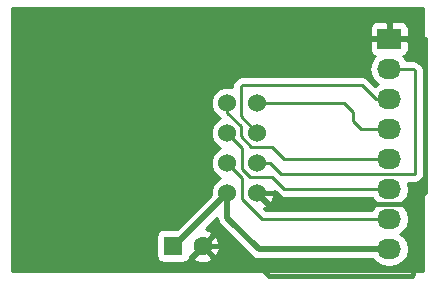
<source format=gtl>
G04 #@! TF.GenerationSoftware,KiCad,Pcbnew,(2017-01-24 revision 0b6147e)-makepkg*
G04 #@! TF.CreationDate,2017-01-26T21:48:18+05:30*
G04 #@! TF.ProjectId,bRF24-breakout,62524632342D627265616B6F75742E6B,0.01*
G04 #@! TF.FileFunction,Copper,L1,Top,Signal*
G04 #@! TF.FilePolarity,Positive*
%FSLAX46Y46*%
G04 Gerber Fmt 4.6, Leading zero omitted, Abs format (unit mm)*
G04 Created by KiCad (PCBNEW (2017-01-24 revision 0b6147e)-makepkg) date 01/26/17 21:48:18*
%MOMM*%
%LPD*%
G01*
G04 APERTURE LIST*
%ADD10C,0.100000*%
%ADD11R,1.600000X1.600000*%
%ADD12C,1.600000*%
%ADD13O,2.032000X1.727200*%
%ADD14R,2.032000X1.727200*%
%ADD15C,1.524000*%
%ADD16C,0.250000*%
%ADD17C,0.381000*%
%ADD18C,0.508000*%
%ADD19C,0.254000*%
G04 APERTURE END LIST*
D10*
D11*
X136652000Y-92202000D03*
D12*
X139152000Y-92202000D03*
D13*
X154940000Y-92456000D03*
X154940000Y-89916000D03*
X154940000Y-87376000D03*
X154940000Y-84836000D03*
X154940000Y-82296000D03*
X154940000Y-79756000D03*
X154940000Y-77216000D03*
D14*
X154940000Y-74676000D03*
D15*
X141245001Y-87728000D03*
X141245001Y-85188000D03*
X141245001Y-82648000D03*
X141245001Y-80108000D03*
X143785001Y-80108000D03*
X143785001Y-82648000D03*
X143785001Y-85188000D03*
X143785001Y-87728000D03*
D16*
X154940000Y-89916000D02*
X144145000Y-89916000D01*
X142494000Y-86436999D02*
X141245001Y-85188000D01*
X142494000Y-88265000D02*
X142494000Y-86436999D01*
X144145000Y-89916000D02*
X142494000Y-88265000D01*
X154940000Y-87376000D02*
X146050000Y-87376000D01*
X142494000Y-83896999D02*
X141245001Y-82648000D01*
X142494000Y-85725000D02*
X142494000Y-83896999D01*
X143129000Y-86360000D02*
X142494000Y-85725000D01*
X145034000Y-86360000D02*
X143129000Y-86360000D01*
X146050000Y-87376000D02*
X145034000Y-86360000D01*
X154940000Y-84836000D02*
X146050000Y-84836000D01*
X141245001Y-80920001D02*
X141245001Y-80108000D01*
X142367000Y-82042000D02*
X141245001Y-80920001D01*
X142367000Y-82931000D02*
X142367000Y-82042000D01*
X143256000Y-83820000D02*
X142367000Y-82931000D01*
X145034000Y-83820000D02*
X143256000Y-83820000D01*
X146050000Y-84836000D02*
X145034000Y-83820000D01*
X154940000Y-82296000D02*
X152527000Y-82296000D01*
X151101000Y-80108000D02*
X143785001Y-80108000D01*
X151892000Y-80899000D02*
X151101000Y-80108000D01*
X151892000Y-81661000D02*
X151892000Y-80899000D01*
X152527000Y-82296000D02*
X151892000Y-81661000D01*
X154940000Y-79756000D02*
X153797000Y-79756000D01*
X142367000Y-81229999D02*
X143785001Y-82648000D01*
X142367000Y-78740000D02*
X142367000Y-81229999D01*
X142494000Y-78613000D02*
X142367000Y-78740000D01*
X152654000Y-78613000D02*
X142494000Y-78613000D01*
X153797000Y-79756000D02*
X152654000Y-78613000D01*
X154940000Y-77216000D02*
X156972000Y-77216000D01*
X144878000Y-85188000D02*
X143785001Y-85188000D01*
X145796000Y-86106000D02*
X144878000Y-85188000D01*
X157099000Y-86106000D02*
X145796000Y-86106000D01*
X157099000Y-77343000D02*
X157099000Y-86106000D01*
X156972000Y-77216000D02*
X157099000Y-77343000D01*
D17*
X139152000Y-92202000D02*
X142240000Y-92202000D01*
X142240000Y-92202000D02*
X144780000Y-94742000D01*
X144780000Y-94742000D02*
X156845000Y-94742000D01*
X156845000Y-94742000D02*
X156972000Y-94615000D01*
X156972000Y-94615000D02*
X156972000Y-88646000D01*
X157988000Y-74676000D02*
X154940000Y-74676000D01*
X157988000Y-87630000D02*
X157988000Y-74676000D01*
X146304000Y-88646000D02*
X156972000Y-88646000D01*
X156972000Y-88646000D02*
X146304000Y-88646000D01*
X145386000Y-87728000D02*
X146304000Y-88646000D01*
X143785001Y-87728000D02*
X145386000Y-87728000D01*
X146304000Y-88646000D02*
X145386000Y-87728000D01*
X156972000Y-88646000D02*
X157988000Y-87630000D01*
D16*
X136652000Y-92202000D02*
X136771001Y-92202000D01*
D18*
X136771001Y-92202000D02*
X141245001Y-87728000D01*
X154940000Y-92456000D02*
X143891000Y-92456000D01*
X143891000Y-92456000D02*
X141245001Y-89810001D01*
X141245001Y-89810001D02*
X141245001Y-87728000D01*
D19*
G36*
X157786000Y-77029490D02*
X157636401Y-76805599D01*
X157509401Y-76678599D01*
X157262839Y-76513852D01*
X156972000Y-76456000D01*
X156384648Y-76456000D01*
X156184415Y-76156330D01*
X156162220Y-76141500D01*
X156315699Y-76077927D01*
X156494327Y-75899298D01*
X156591000Y-75665909D01*
X156591000Y-74961750D01*
X156432250Y-74803000D01*
X155067000Y-74803000D01*
X155067000Y-74823000D01*
X154813000Y-74823000D01*
X154813000Y-74803000D01*
X153447750Y-74803000D01*
X153289000Y-74961750D01*
X153289000Y-75665909D01*
X153385673Y-75899298D01*
X153564301Y-76077927D01*
X153717780Y-76141500D01*
X153695585Y-76156330D01*
X153370729Y-76642511D01*
X153256655Y-77216000D01*
X153370729Y-77789489D01*
X153695585Y-78275670D01*
X154010366Y-78486000D01*
X153765450Y-78649648D01*
X153191401Y-78075599D01*
X152944839Y-77910852D01*
X152654000Y-77853000D01*
X142494000Y-77853000D01*
X142203161Y-77910852D01*
X141956599Y-78075599D01*
X141829599Y-78202599D01*
X141664852Y-78449161D01*
X141607000Y-78740000D01*
X141607000Y-78745666D01*
X141524101Y-78711243D01*
X140968340Y-78710758D01*
X140454698Y-78922990D01*
X140061372Y-79315630D01*
X139848244Y-79828900D01*
X139847759Y-80384661D01*
X140059991Y-80898303D01*
X140452631Y-81291629D01*
X140652207Y-81374500D01*
X140655810Y-81379892D01*
X140454698Y-81462990D01*
X140061372Y-81855630D01*
X139848244Y-82368900D01*
X139847759Y-82924661D01*
X140059991Y-83438303D01*
X140452631Y-83831629D01*
X140660513Y-83917949D01*
X140454698Y-84002990D01*
X140061372Y-84395630D01*
X139848244Y-84908900D01*
X139847759Y-85464661D01*
X140059991Y-85978303D01*
X140452631Y-86371629D01*
X140660513Y-86457949D01*
X140454698Y-86542990D01*
X140061372Y-86935630D01*
X139848244Y-87448900D01*
X139847878Y-87867887D01*
X136961205Y-90754560D01*
X135852000Y-90754560D01*
X135604235Y-90803843D01*
X135394191Y-90944191D01*
X135253843Y-91154235D01*
X135204560Y-91402000D01*
X135204560Y-93002000D01*
X135253843Y-93249765D01*
X135394191Y-93459809D01*
X135604235Y-93600157D01*
X135852000Y-93649440D01*
X137452000Y-93649440D01*
X137699765Y-93600157D01*
X137909809Y-93459809D01*
X138050157Y-93249765D01*
X138058117Y-93209745D01*
X138323861Y-93209745D01*
X138397995Y-93455864D01*
X138935223Y-93648965D01*
X139505454Y-93621778D01*
X139906005Y-93455864D01*
X139980139Y-93209745D01*
X139152000Y-92381605D01*
X138323861Y-93209745D01*
X138058117Y-93209745D01*
X138096693Y-93015813D01*
X138144255Y-93030139D01*
X138972395Y-92202000D01*
X139331605Y-92202000D01*
X140159745Y-93030139D01*
X140405864Y-92956005D01*
X140598965Y-92418777D01*
X140571778Y-91848546D01*
X140405864Y-91447995D01*
X140159745Y-91373861D01*
X139331605Y-92202000D01*
X138972395Y-92202000D01*
X138958253Y-92187858D01*
X139137858Y-92008253D01*
X139152000Y-92022395D01*
X139980139Y-91194255D01*
X139906005Y-90948136D01*
X139447063Y-90783174D01*
X140366658Y-89863579D01*
X140423672Y-90150207D01*
X140616383Y-90438619D01*
X143262382Y-93084618D01*
X143550795Y-93277330D01*
X143891000Y-93345000D01*
X153581547Y-93345000D01*
X153695585Y-93515670D01*
X154181766Y-93840526D01*
X154755255Y-93954600D01*
X155124745Y-93954600D01*
X155698234Y-93840526D01*
X156184415Y-93515670D01*
X156509271Y-93029489D01*
X156623345Y-92456000D01*
X156509271Y-91882511D01*
X156184415Y-91396330D01*
X155869634Y-91186000D01*
X156184415Y-90975670D01*
X156509271Y-90489489D01*
X156623345Y-89916000D01*
X156509271Y-89342511D01*
X156184415Y-88856330D01*
X155869634Y-88646000D01*
X156184415Y-88435670D01*
X156509271Y-87949489D01*
X156623345Y-87376000D01*
X156521900Y-86866000D01*
X157099000Y-86866000D01*
X157389839Y-86808148D01*
X157636401Y-86643401D01*
X157786000Y-86419510D01*
X157786000Y-94286000D01*
X123011000Y-94286000D01*
X123011000Y-73686091D01*
X153289000Y-73686091D01*
X153289000Y-74390250D01*
X153447750Y-74549000D01*
X154813000Y-74549000D01*
X154813000Y-73336150D01*
X155067000Y-73336150D01*
X155067000Y-74549000D01*
X156432250Y-74549000D01*
X156591000Y-74390250D01*
X156591000Y-73686091D01*
X156494327Y-73452702D01*
X156315699Y-73274073D01*
X156082310Y-73177400D01*
X155225750Y-73177400D01*
X155067000Y-73336150D01*
X154813000Y-73336150D01*
X154654250Y-73177400D01*
X153797690Y-73177400D01*
X153564301Y-73274073D01*
X153385673Y-73452702D01*
X153289000Y-73686091D01*
X123011000Y-73686091D01*
X123011000Y-72084000D01*
X157786000Y-72084000D01*
X157786000Y-77029490D01*
X157786000Y-77029490D01*
G37*
X157786000Y-77029490D02*
X157636401Y-76805599D01*
X157509401Y-76678599D01*
X157262839Y-76513852D01*
X156972000Y-76456000D01*
X156384648Y-76456000D01*
X156184415Y-76156330D01*
X156162220Y-76141500D01*
X156315699Y-76077927D01*
X156494327Y-75899298D01*
X156591000Y-75665909D01*
X156591000Y-74961750D01*
X156432250Y-74803000D01*
X155067000Y-74803000D01*
X155067000Y-74823000D01*
X154813000Y-74823000D01*
X154813000Y-74803000D01*
X153447750Y-74803000D01*
X153289000Y-74961750D01*
X153289000Y-75665909D01*
X153385673Y-75899298D01*
X153564301Y-76077927D01*
X153717780Y-76141500D01*
X153695585Y-76156330D01*
X153370729Y-76642511D01*
X153256655Y-77216000D01*
X153370729Y-77789489D01*
X153695585Y-78275670D01*
X154010366Y-78486000D01*
X153765450Y-78649648D01*
X153191401Y-78075599D01*
X152944839Y-77910852D01*
X152654000Y-77853000D01*
X142494000Y-77853000D01*
X142203161Y-77910852D01*
X141956599Y-78075599D01*
X141829599Y-78202599D01*
X141664852Y-78449161D01*
X141607000Y-78740000D01*
X141607000Y-78745666D01*
X141524101Y-78711243D01*
X140968340Y-78710758D01*
X140454698Y-78922990D01*
X140061372Y-79315630D01*
X139848244Y-79828900D01*
X139847759Y-80384661D01*
X140059991Y-80898303D01*
X140452631Y-81291629D01*
X140652207Y-81374500D01*
X140655810Y-81379892D01*
X140454698Y-81462990D01*
X140061372Y-81855630D01*
X139848244Y-82368900D01*
X139847759Y-82924661D01*
X140059991Y-83438303D01*
X140452631Y-83831629D01*
X140660513Y-83917949D01*
X140454698Y-84002990D01*
X140061372Y-84395630D01*
X139848244Y-84908900D01*
X139847759Y-85464661D01*
X140059991Y-85978303D01*
X140452631Y-86371629D01*
X140660513Y-86457949D01*
X140454698Y-86542990D01*
X140061372Y-86935630D01*
X139848244Y-87448900D01*
X139847878Y-87867887D01*
X136961205Y-90754560D01*
X135852000Y-90754560D01*
X135604235Y-90803843D01*
X135394191Y-90944191D01*
X135253843Y-91154235D01*
X135204560Y-91402000D01*
X135204560Y-93002000D01*
X135253843Y-93249765D01*
X135394191Y-93459809D01*
X135604235Y-93600157D01*
X135852000Y-93649440D01*
X137452000Y-93649440D01*
X137699765Y-93600157D01*
X137909809Y-93459809D01*
X138050157Y-93249765D01*
X138058117Y-93209745D01*
X138323861Y-93209745D01*
X138397995Y-93455864D01*
X138935223Y-93648965D01*
X139505454Y-93621778D01*
X139906005Y-93455864D01*
X139980139Y-93209745D01*
X139152000Y-92381605D01*
X138323861Y-93209745D01*
X138058117Y-93209745D01*
X138096693Y-93015813D01*
X138144255Y-93030139D01*
X138972395Y-92202000D01*
X139331605Y-92202000D01*
X140159745Y-93030139D01*
X140405864Y-92956005D01*
X140598965Y-92418777D01*
X140571778Y-91848546D01*
X140405864Y-91447995D01*
X140159745Y-91373861D01*
X139331605Y-92202000D01*
X138972395Y-92202000D01*
X138958253Y-92187858D01*
X139137858Y-92008253D01*
X139152000Y-92022395D01*
X139980139Y-91194255D01*
X139906005Y-90948136D01*
X139447063Y-90783174D01*
X140366658Y-89863579D01*
X140423672Y-90150207D01*
X140616383Y-90438619D01*
X143262382Y-93084618D01*
X143550795Y-93277330D01*
X143891000Y-93345000D01*
X153581547Y-93345000D01*
X153695585Y-93515670D01*
X154181766Y-93840526D01*
X154755255Y-93954600D01*
X155124745Y-93954600D01*
X155698234Y-93840526D01*
X156184415Y-93515670D01*
X156509271Y-93029489D01*
X156623345Y-92456000D01*
X156509271Y-91882511D01*
X156184415Y-91396330D01*
X155869634Y-91186000D01*
X156184415Y-90975670D01*
X156509271Y-90489489D01*
X156623345Y-89916000D01*
X156509271Y-89342511D01*
X156184415Y-88856330D01*
X155869634Y-88646000D01*
X156184415Y-88435670D01*
X156509271Y-87949489D01*
X156623345Y-87376000D01*
X156521900Y-86866000D01*
X157099000Y-86866000D01*
X157389839Y-86808148D01*
X157636401Y-86643401D01*
X157786000Y-86419510D01*
X157786000Y-94286000D01*
X123011000Y-94286000D01*
X123011000Y-73686091D01*
X153289000Y-73686091D01*
X153289000Y-74390250D01*
X153447750Y-74549000D01*
X154813000Y-74549000D01*
X154813000Y-73336150D01*
X155067000Y-73336150D01*
X155067000Y-74549000D01*
X156432250Y-74549000D01*
X156591000Y-74390250D01*
X156591000Y-73686091D01*
X156494327Y-73452702D01*
X156315699Y-73274073D01*
X156082310Y-73177400D01*
X155225750Y-73177400D01*
X155067000Y-73336150D01*
X154813000Y-73336150D01*
X154654250Y-73177400D01*
X153797690Y-73177400D01*
X153564301Y-73274073D01*
X153385673Y-73452702D01*
X153289000Y-73686091D01*
X123011000Y-73686091D01*
X123011000Y-72084000D01*
X157786000Y-72084000D01*
X157786000Y-77029490D01*
G36*
X143978749Y-87713858D02*
X143964606Y-87728000D01*
X144765214Y-88528608D01*
X145007398Y-88459143D01*
X145194145Y-87935698D01*
X145176191Y-87576993D01*
X145512599Y-87913401D01*
X145759161Y-88078148D01*
X146050000Y-88136000D01*
X153495352Y-88136000D01*
X153695585Y-88435670D01*
X154010366Y-88646000D01*
X153695585Y-88856330D01*
X153495352Y-89156000D01*
X144459802Y-89156000D01*
X144330921Y-89027119D01*
X144516144Y-88950397D01*
X144585609Y-88708213D01*
X143785001Y-87907605D01*
X143770859Y-87921748D01*
X143591254Y-87742143D01*
X143605396Y-87728000D01*
X143591254Y-87713858D01*
X143770859Y-87534253D01*
X143785001Y-87548395D01*
X143799144Y-87534253D01*
X143978749Y-87713858D01*
X143978749Y-87713858D01*
G37*
X143978749Y-87713858D02*
X143964606Y-87728000D01*
X144765214Y-88528608D01*
X145007398Y-88459143D01*
X145194145Y-87935698D01*
X145176191Y-87576993D01*
X145512599Y-87913401D01*
X145759161Y-88078148D01*
X146050000Y-88136000D01*
X153495352Y-88136000D01*
X153695585Y-88435670D01*
X154010366Y-88646000D01*
X153695585Y-88856330D01*
X153495352Y-89156000D01*
X144459802Y-89156000D01*
X144330921Y-89027119D01*
X144516144Y-88950397D01*
X144585609Y-88708213D01*
X143785001Y-87907605D01*
X143770859Y-87921748D01*
X143591254Y-87742143D01*
X143605396Y-87728000D01*
X143591254Y-87713858D01*
X143770859Y-87534253D01*
X143785001Y-87548395D01*
X143799144Y-87534253D01*
X143978749Y-87713858D01*
M02*

</source>
